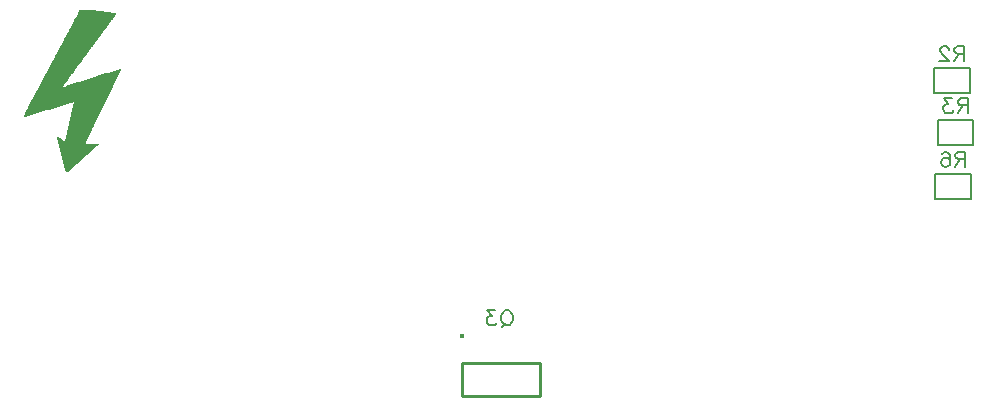
<source format=gbr>
G04 DipTrace 3.2.0.1*
G04 BottomSilk.gbr*
%MOMM*%
G04 #@! TF.FileFunction,Legend,Bot*
G04 #@! TF.Part,Single*
%ADD10C,0.25*%
%ADD12C,0.0762*%
%ADD28C,0.15*%
%ADD45O,0.39124X0.39193*%
%ADD147C,0.19608*%
%FSLAX35Y35*%
G04*
G71*
G90*
G75*
G01*
G04 BotSilk*
%LPD*%
D45*
X-2159796Y1776270D3*
X-2162436Y1549576D2*
D10*
X-1502468D1*
X-2162436Y1269577D2*
X-1502468D1*
Y1549576D2*
Y1269577D1*
X-2162436Y1549576D2*
Y1269577D1*
X1837440Y3832347D2*
D28*
X2137440D1*
Y4042347D1*
X1837440D1*
Y3832347D1*
X1869810Y3393177D2*
X2169810D1*
Y3603177D1*
X1869810D1*
Y3393177D1*
X2148230Y3148257D2*
X1848230D1*
Y2938257D1*
X2148230D1*
Y3148257D1*
X-5401310Y4532630D2*
D12*
X-5294630D1*
X-5404205Y4525010D2*
X-5227451D1*
X-5407480Y4517390D2*
X-5161545D1*
X-5411018Y4509770D2*
X-5096510D1*
X-5414720Y4502150D2*
X-5100322D1*
X-5418508Y4494530D2*
X-5104777D1*
X-5422545Y4486910D2*
X-5109463D1*
X-5427076Y4479290D2*
X-5114608D1*
X-5431982Y4471670D2*
X-5120432D1*
X-5436647Y4464050D2*
X-5126299D1*
X-5440930Y4456430D2*
X-5131744D1*
X-5444973Y4448810D2*
X-5137237D1*
X-5448873Y4441190D2*
X-5143206D1*
X-5452727Y4433570D2*
X-5149128D1*
X-5456545Y4425950D2*
X-5154564D1*
X-5460366Y4418330D2*
X-5159826D1*
X-5464171Y4410710D2*
X-5165094D1*
X-5467988Y4403090D2*
X-5170163D1*
X-5471792Y4395470D2*
X-5175470D1*
X-5475608Y4387850D2*
X-5181357D1*
X-5479412Y4380230D2*
X-5187247D1*
X-5483228Y4372610D2*
X-5192700D1*
X-5487062Y4364990D2*
X-5198196D1*
X-5491116Y4357370D2*
X-5204166D1*
X-5495653Y4349750D2*
X-5210088D1*
X-5500561Y4342130D2*
X-5215553D1*
X-5505227Y4334510D2*
X-5221054D1*
X-5509510Y4326890D2*
X-5227025D1*
X-5513553Y4319270D2*
X-5232948D1*
X-5517453Y4311650D2*
X-5238383D1*
X-5521307Y4304030D2*
X-5243646D1*
X-5525125Y4296410D2*
X-5248914D1*
X-5528946Y4288790D2*
X-5253983D1*
X-5532751Y4281170D2*
X-5259320D1*
X-5536568Y4273550D2*
X-5265445D1*
X-5540372Y4265930D2*
X-5272038D1*
X-5544188Y4258310D2*
X-5278345D1*
X-5548022Y4250690D2*
X-5283970D1*
X-5552076Y4243070D2*
X-5289315D1*
X-5556613Y4235450D2*
X-5294615D1*
X-5561521Y4227830D2*
X-5299697D1*
X-5566187Y4220210D2*
X-5305008D1*
X-5570470Y4212590D2*
X-5310896D1*
X-5574513Y4204970D2*
X-5316787D1*
X-5578413Y4197350D2*
X-5322240D1*
X-5582267Y4189730D2*
X-5327736D1*
X-5586085Y4182110D2*
X-5333706D1*
X-5589906Y4174490D2*
X-5339628D1*
X-5593711Y4166870D2*
X-5345093D1*
X-5597528Y4159250D2*
X-5350594D1*
X-5601332Y4151630D2*
X-5356565D1*
X-5605148Y4144010D2*
X-5362488D1*
X-5608982Y4136390D2*
X-5367923D1*
X-5613036Y4128770D2*
X-5373186D1*
X-5617573Y4121150D2*
X-5378454D1*
X-5622481Y4113530D2*
X-5383523D1*
X-5627147Y4105910D2*
X-5388860D1*
X-5631430Y4098290D2*
X-5394985D1*
X-5635473Y4090670D2*
X-5401578D1*
X-5639373Y4083050D2*
X-5407885D1*
X-5643227Y4075430D2*
X-5413510D1*
X-5647045Y4067810D2*
X-5418855D1*
X-5650866Y4060190D2*
X-5424155D1*
X-5654671Y4052570D2*
X-5429237D1*
X-5658488Y4044950D2*
X-5434548D1*
X-5662292Y4037330D2*
X-5440436D1*
X-5058410D2*
D3*
X-5666108Y4029710D2*
X-5446327D1*
X-5081560D2*
X-5058410D1*
X-5669912Y4022090D2*
X-5451780D1*
X-5105397D2*
X-5061305D1*
X-5673728Y4014470D2*
X-5457276D1*
X-5130083D2*
X-5064580D1*
X-5677562Y4006850D2*
X-5463246D1*
X-5154927D2*
X-5068118D1*
X-5681616Y3999230D2*
X-5469168D1*
X-5179384D2*
X-5071820D1*
X-5686153Y3991610D2*
X-5474633D1*
X-5203922D2*
X-5075578D1*
X-5691061Y3983990D2*
X-5480134D1*
X-5228930D2*
X-5079377D1*
X-5695727Y3976370D2*
X-5486105D1*
X-5253877D2*
X-5083175D1*
X-5700010Y3968750D2*
X-5492028D1*
X-5278118D2*
X-5086989D1*
X-5704053Y3961130D2*
X-5497463D1*
X-5301733D2*
X-5090792D1*
X-5707953Y3953510D2*
X-5502726D1*
X-5325191D2*
X-5094608D1*
X-5711807Y3945890D2*
X-5507994D1*
X-5349158D2*
X-5098412D1*
X-5715625Y3938270D2*
X-5513063D1*
X-5373895D2*
X-5102228D1*
X-5719446Y3930650D2*
X-5518370D1*
X-5398728D2*
X-5106032D1*
X-5723251Y3923030D2*
X-5524257D1*
X-5422923D2*
X-5109848D1*
X-5727068Y3915410D2*
X-5530141D1*
X-5446492D2*
X-5113652D1*
X-5730902Y3907790D2*
X-5535530D1*
X-5469676D2*
X-5117438D1*
X-5734956Y3900170D2*
X-5540737D1*
X-5492675D2*
X-5121004D1*
X-5739493Y3892550D2*
X-5546090D1*
X-5515610D2*
X-5124117D1*
X-5744401Y3884930D2*
X-5127067D1*
X-5749067Y3877310D2*
X-5130725D1*
X-5753350Y3869690D2*
X-5134915D1*
X-5757393Y3862070D2*
X-5138621D1*
X-5761293Y3854450D2*
X-5141716D1*
X-5765147Y3846830D2*
X-5144860D1*
X-5768965Y3839210D2*
X-5148279D1*
X-5772786Y3831590D2*
X-5151888D1*
X-5776591Y3823970D2*
X-5155620D1*
X-5780408Y3816350D2*
X-5159391D1*
X-5784242Y3808730D2*
X-5163195D1*
X-5788296Y3801110D2*
X-5166994D1*
X-5792833Y3793490D2*
X-5170809D1*
X-5797741Y3785870D2*
X-5174612D1*
X-5802407Y3778250D2*
X-5178428D1*
X-5806690Y3770630D2*
X-5182232D1*
X-5810733Y3763010D2*
X-5186048D1*
X-5814633Y3755390D2*
X-5476042D1*
X-5447320D2*
X-5189852D1*
X-5818487Y3747770D2*
X-5503627D1*
X-5448297D2*
X-5193668D1*
X-5822305Y3740150D2*
X-5530010D1*
X-5450123D2*
X-5197472D1*
X-5826126Y3732530D2*
X-5555962D1*
X-5452107D2*
X-5201288D1*
X-5829931Y3724910D2*
X-5581579D1*
X-5453704D2*
X-5205092D1*
X-5833748Y3717290D2*
X-5606952D1*
X-5455382D2*
X-5208908D1*
X-5837552Y3709670D2*
X-5632424D1*
X-5457530D2*
X-5212712D1*
X-5841368Y3702050D2*
X-5657619D1*
X-5459647D2*
X-5216528D1*
X-5845172Y3694430D2*
X-5682219D1*
X-5461296D2*
X-5220332D1*
X-5848988Y3686810D2*
X-5706812D1*
X-5462992D2*
X-5224148D1*
X-5852792Y3679190D2*
X-5731870D1*
X-5465147D2*
X-5227952D1*
X-5856578Y3671570D2*
X-5757092D1*
X-5467236D2*
X-5231768D1*
X-5860116Y3663950D2*
X-5782311D1*
X-5468647D2*
X-5235572D1*
X-5862952Y3656330D2*
X-5807788D1*
X-5469641D2*
X-5239388D1*
X-5864793Y3648710D2*
X-5833259D1*
X-5470942D2*
X-5243192D1*
X-5866130Y3641090D2*
X-5858510D1*
X-5472903D2*
X-5247008D1*
X-5474938Y3633470D2*
X-5250812D1*
X-5476554Y3625850D2*
X-5254628D1*
X-5478239Y3618230D2*
X-5258432D1*
X-5480389Y3610610D2*
X-5262218D1*
X-5482477Y3602990D2*
X-5265784D1*
X-5483888Y3595370D2*
X-5268897D1*
X-5484881Y3587750D2*
X-5271847D1*
X-5486182Y3580130D2*
X-5275505D1*
X-5488143Y3572510D2*
X-5279695D1*
X-5490178Y3564890D2*
X-5283401D1*
X-5491794Y3557270D2*
X-5286496D1*
X-5493479Y3549650D2*
X-5289640D1*
X-5495629Y3542030D2*
X-5293059D1*
X-5497747Y3534410D2*
X-5296668D1*
X-5499395Y3526790D2*
X-5300400D1*
X-5501092Y3519170D2*
X-5304171D1*
X-5503247Y3511550D2*
X-5307975D1*
X-5505336Y3503930D2*
X-5311774D1*
X-5506747Y3496310D2*
X-5315589D1*
X-5507741Y3488690D2*
X-5319392D1*
X-5509042Y3481070D2*
X-5323208D1*
X-5511003Y3473450D2*
X-5327012D1*
X-5513038Y3465830D2*
X-5330828D1*
X-5591810Y3458210D2*
X-5584190D1*
X-5514677D2*
X-5334632D1*
X-5588263Y3450590D2*
X-5570351D1*
X-5516569D2*
X-5338448D1*
X-5585806Y3442970D2*
X-5557785D1*
X-5519513D2*
X-5342252D1*
X-5583728Y3435350D2*
X-5546090D1*
X-5523230D2*
X-5346038D1*
X-5581412Y3427730D2*
X-5349576D1*
X-5579229Y3420110D2*
X-5352412D1*
X-5577557Y3412490D2*
X-5354253D1*
X-5575852Y3404870D2*
X-5241290D1*
X-5573695Y3397250D2*
X-5248940D1*
X-5571574Y3389630D2*
X-5256828D1*
X-5569925Y3382010D2*
X-5265419D1*
X-5568228Y3374390D2*
X-5274864D1*
X-5566073Y3366770D2*
X-5284437D1*
X-5563954Y3359150D2*
X-5293386D1*
X-5562305Y3351530D2*
X-5301713D1*
X-5560608Y3343910D2*
X-5309656D1*
X-5558453Y3336290D2*
X-5317410D1*
X-5556334Y3328670D2*
X-5325111D1*
X-5554685Y3321050D2*
X-5333018D1*
X-5552988Y3313430D2*
X-5341615D1*
X-5550833Y3305810D2*
X-5351063D1*
X-5548714Y3298190D2*
X-5360637D1*
X-5547065Y3290570D2*
X-5369586D1*
X-5545368Y3282950D2*
X-5377913D1*
X-5543213Y3275330D2*
X-5385856D1*
X-5541094Y3267710D2*
X-5393610D1*
X-5539445Y3260090D2*
X-5401281D1*
X-5537748Y3252470D2*
X-5408920D1*
X-5535593Y3244850D2*
X-5416576D1*
X-5533474Y3237230D2*
X-5424467D1*
X-5531825Y3229610D2*
X-5433058D1*
X-5530128Y3221990D2*
X-5442504D1*
X-5527973Y3214370D2*
X-5452077D1*
X-5525854Y3206750D2*
X-5461026D1*
X-5524182Y3199130D2*
X-5469353D1*
X-5522278Y3191510D2*
X-5477297D1*
X-5519330Y3183890D2*
X-5485055D1*
X-5515610Y3176270D2*
X-5492750D1*
X-5401310Y4532630D2*
X-5404205Y4525010D1*
X-5407480Y4517390D1*
X-5411018Y4509770D1*
X-5414720Y4502150D1*
X-5418508Y4494530D1*
X-5422545Y4486910D1*
X-5427076Y4479290D1*
X-5431982Y4471670D1*
X-5436647Y4464050D1*
X-5440930Y4456430D1*
X-5444973Y4448810D1*
X-5448873Y4441190D1*
X-5452727Y4433570D1*
X-5456545Y4425950D1*
X-5460366Y4418330D1*
X-5464171Y4410710D1*
X-5467988Y4403090D1*
X-5471792Y4395470D1*
X-5475608Y4387850D1*
X-5479412Y4380230D1*
X-5483228Y4372610D1*
X-5487062Y4364990D1*
X-5491116Y4357370D1*
X-5495653Y4349750D1*
X-5500561Y4342130D1*
X-5505227Y4334510D1*
X-5509510Y4326890D1*
X-5513553Y4319270D1*
X-5517453Y4311650D1*
X-5521307Y4304030D1*
X-5525125Y4296410D1*
X-5528946Y4288790D1*
X-5532751Y4281170D1*
X-5536568Y4273550D1*
X-5540372Y4265930D1*
X-5544188Y4258310D1*
X-5548022Y4250690D1*
X-5552076Y4243070D1*
X-5556613Y4235450D1*
X-5561521Y4227830D1*
X-5566187Y4220210D1*
X-5570470Y4212590D1*
X-5574513Y4204970D1*
X-5578413Y4197350D1*
X-5582267Y4189730D1*
X-5586085Y4182110D1*
X-5589906Y4174490D1*
X-5593711Y4166870D1*
X-5597528Y4159250D1*
X-5601332Y4151630D1*
X-5605148Y4144010D1*
X-5608982Y4136390D1*
X-5613036Y4128770D1*
X-5617573Y4121150D1*
X-5622481Y4113530D1*
X-5627147Y4105910D1*
X-5631430Y4098290D1*
X-5635473Y4090670D1*
X-5639373Y4083050D1*
X-5643227Y4075430D1*
X-5647045Y4067810D1*
X-5650866Y4060190D1*
X-5654671Y4052570D1*
X-5658488Y4044950D1*
X-5662292Y4037330D1*
X-5666108Y4029710D1*
X-5669912Y4022090D1*
X-5673728Y4014470D1*
X-5677562Y4006850D1*
X-5681616Y3999230D1*
X-5686153Y3991610D1*
X-5691061Y3983990D1*
X-5695727Y3976370D1*
X-5700010Y3968750D1*
X-5704053Y3961130D1*
X-5707953Y3953510D1*
X-5711807Y3945890D1*
X-5715625Y3938270D1*
X-5719446Y3930650D1*
X-5723251Y3923030D1*
X-5727068Y3915410D1*
X-5730902Y3907790D1*
X-5734956Y3900170D1*
X-5739493Y3892550D1*
X-5744401Y3884930D1*
X-5749067Y3877310D1*
X-5753350Y3869690D1*
X-5757393Y3862070D1*
X-5761293Y3854450D1*
X-5765147Y3846830D1*
X-5768965Y3839210D1*
X-5772786Y3831590D1*
X-5776591Y3823970D1*
X-5780408Y3816350D1*
X-5784242Y3808730D1*
X-5788296Y3801110D1*
X-5792833Y3793490D1*
X-5797741Y3785870D1*
X-5802407Y3778250D1*
X-5806690Y3770630D1*
X-5810733Y3763010D1*
X-5814633Y3755390D1*
X-5818487Y3747770D1*
X-5822305Y3740150D1*
X-5826126Y3732530D1*
X-5829931Y3724910D1*
X-5833748Y3717290D1*
X-5837552Y3709670D1*
X-5841368Y3702050D1*
X-5845172Y3694430D1*
X-5848988Y3686810D1*
X-5852792Y3679190D1*
X-5856578Y3671570D1*
X-5860116Y3663950D1*
X-5862952Y3656330D1*
X-5864793Y3648710D1*
X-5866130Y3641090D1*
X-5294630Y4532630D2*
X-5227451Y4525010D1*
X-5161545Y4517390D1*
X-5096510Y4509770D1*
X-5100322Y4502150D1*
X-5104777Y4494530D1*
X-5109463Y4486910D1*
X-5114608Y4479290D1*
X-5120432Y4471670D1*
X-5126299Y4464050D1*
X-5131744Y4456430D1*
X-5137237Y4448810D1*
X-5143206Y4441190D1*
X-5149128Y4433570D1*
X-5154564Y4425950D1*
X-5159826Y4418330D1*
X-5165094Y4410710D1*
X-5170163Y4403090D1*
X-5175470Y4395470D1*
X-5181357Y4387850D1*
X-5187247Y4380230D1*
X-5192700Y4372610D1*
X-5198196Y4364990D1*
X-5204166Y4357370D1*
X-5210088Y4349750D1*
X-5215553Y4342130D1*
X-5221054Y4334510D1*
X-5227025Y4326890D1*
X-5232948Y4319270D1*
X-5238383Y4311650D1*
X-5243646Y4304030D1*
X-5248914Y4296410D1*
X-5253983Y4288790D1*
X-5259320Y4281170D1*
X-5265445Y4273550D1*
X-5272038Y4265930D1*
X-5278345Y4258310D1*
X-5283970Y4250690D1*
X-5289315Y4243070D1*
X-5294615Y4235450D1*
X-5299697Y4227830D1*
X-5305008Y4220210D1*
X-5310896Y4212590D1*
X-5316787Y4204970D1*
X-5322240Y4197350D1*
X-5327736Y4189730D1*
X-5333706Y4182110D1*
X-5339628Y4174490D1*
X-5345093Y4166870D1*
X-5350594Y4159250D1*
X-5356565Y4151630D1*
X-5362488Y4144010D1*
X-5367923Y4136390D1*
X-5373186Y4128770D1*
X-5378454Y4121150D1*
X-5383523Y4113530D1*
X-5388860Y4105910D1*
X-5394985Y4098290D1*
X-5401578Y4090670D1*
X-5407885Y4083050D1*
X-5413510Y4075430D1*
X-5418855Y4067810D1*
X-5424155Y4060190D1*
X-5429237Y4052570D1*
X-5434548Y4044950D1*
X-5440436Y4037330D1*
X-5446327Y4029710D1*
X-5451780Y4022090D1*
X-5457276Y4014470D1*
X-5463246Y4006850D1*
X-5469168Y3999230D1*
X-5474633Y3991610D1*
X-5480134Y3983990D1*
X-5486105Y3976370D1*
X-5492028Y3968750D1*
X-5497463Y3961130D1*
X-5502726Y3953510D1*
X-5507994Y3945890D1*
X-5513063Y3938270D1*
X-5518370Y3930650D1*
X-5524257Y3923030D1*
X-5530141Y3915410D1*
X-5535530Y3907790D1*
X-5540737Y3900170D1*
X-5546090Y3892550D1*
X-5058410Y4037330D2*
X-5081560Y4029710D1*
X-5105397Y4022090D1*
X-5130083Y4014470D1*
X-5154927Y4006850D1*
X-5179384Y3999230D1*
X-5203922Y3991610D1*
X-5228930Y3983990D1*
X-5253877Y3976370D1*
X-5278118Y3968750D1*
X-5301733Y3961130D1*
X-5325191Y3953510D1*
X-5349158Y3945890D1*
X-5373895Y3938270D1*
X-5398728Y3930650D1*
X-5422923Y3923030D1*
X-5446492Y3915410D1*
X-5469676Y3907790D1*
X-5492675Y3900170D1*
X-5515610Y3892550D1*
X-5058410Y4029710D2*
X-5061305Y4022090D1*
X-5064580Y4014470D1*
X-5068118Y4006850D1*
X-5071820Y3999230D1*
X-5075578Y3991610D1*
X-5079377Y3983990D1*
X-5083175Y3976370D1*
X-5086989Y3968750D1*
X-5090792Y3961130D1*
X-5094608Y3953510D1*
X-5098412Y3945890D1*
X-5102228Y3938270D1*
X-5106032Y3930650D1*
X-5109848Y3923030D1*
X-5113652Y3915410D1*
X-5117438Y3907790D1*
X-5121004Y3900170D1*
X-5124117Y3892550D1*
X-5127067Y3884930D1*
X-5130725Y3877310D1*
X-5134915Y3869690D1*
X-5138621Y3862070D1*
X-5141716Y3854450D1*
X-5144860Y3846830D1*
X-5148279Y3839210D1*
X-5151888Y3831590D1*
X-5155620Y3823970D1*
X-5159391Y3816350D1*
X-5163195Y3808730D1*
X-5166994Y3801110D1*
X-5170809Y3793490D1*
X-5174612Y3785870D1*
X-5178428Y3778250D1*
X-5182232Y3770630D1*
X-5186048Y3763010D1*
X-5189852Y3755390D1*
X-5193668Y3747770D1*
X-5197472Y3740150D1*
X-5201288Y3732530D1*
X-5205092Y3724910D1*
X-5208908Y3717290D1*
X-5212712Y3709670D1*
X-5216528Y3702050D1*
X-5220332Y3694430D1*
X-5224148Y3686810D1*
X-5227952Y3679190D1*
X-5231768Y3671570D1*
X-5235572Y3663950D1*
X-5239388Y3656330D1*
X-5243192Y3648710D1*
X-5247008Y3641090D1*
X-5250812Y3633470D1*
X-5254628Y3625850D1*
X-5258432Y3618230D1*
X-5262218Y3610610D1*
X-5265784Y3602990D1*
X-5268897Y3595370D1*
X-5271847Y3587750D1*
X-5275505Y3580130D1*
X-5279695Y3572510D1*
X-5283401Y3564890D1*
X-5286496Y3557270D1*
X-5289640Y3549650D1*
X-5293059Y3542030D1*
X-5296668Y3534410D1*
X-5300400Y3526790D1*
X-5304171Y3519170D1*
X-5307975Y3511550D1*
X-5311774Y3503930D1*
X-5315589Y3496310D1*
X-5319392Y3488690D1*
X-5323208Y3481070D1*
X-5327012Y3473450D1*
X-5330828Y3465830D1*
X-5334632Y3458210D1*
X-5338448Y3450590D1*
X-5342252Y3442970D1*
X-5346038Y3435350D1*
X-5349576Y3427730D1*
X-5352412Y3420110D1*
X-5354253Y3412490D1*
X-5355590Y3404870D1*
X-5447030Y3763010D2*
X-5476042Y3755390D1*
X-5503627Y3747770D1*
X-5530010Y3740150D1*
X-5555962Y3732530D1*
X-5581579Y3724910D1*
X-5606952Y3717290D1*
X-5632424Y3709670D1*
X-5657619Y3702050D1*
X-5682219Y3694430D1*
X-5706812Y3686810D1*
X-5731870Y3679190D1*
X-5757092Y3671570D1*
X-5782311Y3663950D1*
X-5807788Y3656330D1*
X-5833259Y3648710D1*
X-5858510Y3641090D1*
X-5447030Y3763010D2*
X-5447320Y3755390D1*
X-5448297Y3747770D1*
X-5450123Y3740150D1*
X-5452107Y3732530D1*
X-5453704Y3724910D1*
X-5455382Y3717290D1*
X-5457530Y3709670D1*
X-5459647Y3702050D1*
X-5461296Y3694430D1*
X-5462992Y3686810D1*
X-5465147Y3679190D1*
X-5467236Y3671570D1*
X-5468647Y3663950D1*
X-5469641Y3656330D1*
X-5470942Y3648710D1*
X-5472903Y3641090D1*
X-5474938Y3633470D1*
X-5476554Y3625850D1*
X-5478239Y3618230D1*
X-5480389Y3610610D1*
X-5482477Y3602990D1*
X-5483888Y3595370D1*
X-5484881Y3587750D1*
X-5486182Y3580130D1*
X-5488143Y3572510D1*
X-5490178Y3564890D1*
X-5491794Y3557270D1*
X-5493479Y3549650D1*
X-5495629Y3542030D1*
X-5497747Y3534410D1*
X-5499395Y3526790D1*
X-5501092Y3519170D1*
X-5503247Y3511550D1*
X-5505336Y3503930D1*
X-5506747Y3496310D1*
X-5507741Y3488690D1*
X-5509042Y3481070D1*
X-5511003Y3473450D1*
X-5513038Y3465830D1*
X-5514677Y3458210D1*
X-5516569Y3450590D1*
X-5519513Y3442970D1*
X-5523230Y3435350D1*
X-5591810Y3458210D2*
X-5588263Y3450590D1*
X-5585806Y3442970D1*
X-5583728Y3435350D1*
X-5581412Y3427730D1*
X-5579229Y3420110D1*
X-5577557Y3412490D1*
X-5575852Y3404870D1*
X-5573695Y3397250D1*
X-5571574Y3389630D1*
X-5569925Y3382010D1*
X-5568228Y3374390D1*
X-5566073Y3366770D1*
X-5563954Y3359150D1*
X-5562305Y3351530D1*
X-5560608Y3343910D1*
X-5558453Y3336290D1*
X-5556334Y3328670D1*
X-5554685Y3321050D1*
X-5552988Y3313430D1*
X-5550833Y3305810D1*
X-5548714Y3298190D1*
X-5547065Y3290570D1*
X-5545368Y3282950D1*
X-5543213Y3275330D1*
X-5541094Y3267710D1*
X-5539445Y3260090D1*
X-5537748Y3252470D1*
X-5535593Y3244850D1*
X-5533474Y3237230D1*
X-5531825Y3229610D1*
X-5530128Y3221990D1*
X-5527973Y3214370D1*
X-5525854Y3206750D1*
X-5524182Y3199130D1*
X-5522278Y3191510D1*
X-5519330Y3183890D1*
X-5515610Y3176270D1*
X-5584190Y3458210D2*
X-5570351Y3450590D1*
X-5557785Y3442970D1*
X-5546090Y3435350D1*
X-5241290Y3404870D2*
X-5248940Y3397250D1*
X-5256828Y3389630D1*
X-5265419Y3382010D1*
X-5274864Y3374390D1*
X-5284437Y3366770D1*
X-5293386Y3359150D1*
X-5301713Y3351530D1*
X-5309656Y3343910D1*
X-5317410Y3336290D1*
X-5325111Y3328670D1*
X-5333018Y3321050D1*
X-5341615Y3313430D1*
X-5351063Y3305810D1*
X-5360637Y3298190D1*
X-5369586Y3290570D1*
X-5377913Y3282950D1*
X-5385856Y3275330D1*
X-5393610Y3267710D1*
X-5401281Y3260090D1*
X-5408920Y3252470D1*
X-5416576Y3244850D1*
X-5424467Y3237230D1*
X-5433058Y3229610D1*
X-5442504Y3221990D1*
X-5452077Y3214370D1*
X-5461026Y3206750D1*
X-5469353Y3199130D1*
X-5477297Y3191510D1*
X-5485055Y3183890D1*
X-5492750Y3176270D1*
X-1766626Y1993063D2*
D147*
X-1754553Y1987167D1*
X-1742339Y1974954D1*
X-1736303Y1962740D1*
X-1730126Y1944490D1*
Y1914167D1*
X-1736303Y1895917D1*
X-1742339Y1883844D1*
X-1754553Y1871631D1*
X-1766626Y1865594D1*
X-1790912D1*
X-1803126Y1871631D1*
X-1815199Y1883844D1*
X-1821235Y1895917D1*
X-1827412Y1914167D1*
Y1944490D1*
X-1821235Y1962740D1*
X-1815199Y1974954D1*
X-1803126Y1987167D1*
X-1790912Y1993063D1*
X-1766626D1*
X-1784876Y1889881D2*
X-1821235Y1853381D1*
X-1878841Y1992923D2*
X-1945524D1*
X-1909164Y1944350D1*
X-1927414D1*
X-1939488Y1938313D1*
X-1945524Y1932277D1*
X-1951701Y1914027D1*
Y1901954D1*
X-1945524Y1883704D1*
X-1933451Y1871490D1*
X-1915201Y1865454D1*
X-1896951D1*
X-1878841Y1871490D1*
X-1872805Y1877667D1*
X-1866628Y1889740D1*
X2092121Y4167547D2*
X2037511D1*
X2019261Y4173724D1*
X2013084Y4179760D1*
X2007048Y4191833D1*
Y4204047D1*
X2013084Y4216120D1*
X2019261Y4222297D1*
X2037511Y4228333D1*
X2092121D1*
Y4100724D1*
X2049584Y4167547D2*
X2007048Y4100724D1*
X1961655Y4197870D2*
Y4203906D1*
X1955619Y4216120D1*
X1949582Y4222156D1*
X1937369Y4228193D1*
X1913082D1*
X1901009Y4222156D1*
X1894973Y4216120D1*
X1888796Y4203906D1*
Y4191833D1*
X1894973Y4179620D1*
X1907046Y4161510D1*
X1967832Y4100724D1*
X1882759D1*
X2124491Y3728377D2*
X2069881D1*
X2051631Y3734554D1*
X2045454Y3740590D1*
X2039418Y3752663D1*
Y3764877D1*
X2045454Y3776950D1*
X2051631Y3783127D1*
X2069881Y3789163D1*
X2124491D1*
Y3661554D1*
X2081954Y3728377D2*
X2039418Y3661554D1*
X1987989Y3789023D2*
X1921306D1*
X1957666Y3740450D1*
X1939416D1*
X1927343Y3734413D1*
X1921306Y3728377D1*
X1915129Y3710127D1*
Y3698054D1*
X1921306Y3679804D1*
X1933379Y3667590D1*
X1951629Y3661554D1*
X1969879D1*
X1987989Y3667590D1*
X1994025Y3673767D1*
X2000202Y3685840D1*
X2099822Y3273457D2*
X2045213D1*
X2026963Y3279634D1*
X2020786Y3285670D1*
X2014749Y3297743D1*
Y3309957D1*
X2020786Y3322030D1*
X2026963Y3328207D1*
X2045213Y3334243D1*
X2099822D1*
Y3206634D1*
X2057286Y3273457D2*
X2014749Y3206634D1*
X1902674Y3315993D2*
X1908711Y3328066D1*
X1926961Y3334103D1*
X1939034D1*
X1957284Y3328066D1*
X1969497Y3309816D1*
X1975534Y3279493D1*
Y3249170D1*
X1969497Y3224884D1*
X1957284Y3212670D1*
X1939034Y3206634D1*
X1932997D1*
X1914888Y3212670D1*
X1902674Y3224884D1*
X1896638Y3243134D1*
Y3249170D1*
X1902674Y3267420D1*
X1914888Y3279493D1*
X1932997Y3285530D1*
X1939034D1*
X1957284Y3279493D1*
X1969497Y3267420D1*
X1975534Y3249170D1*
M02*

</source>
